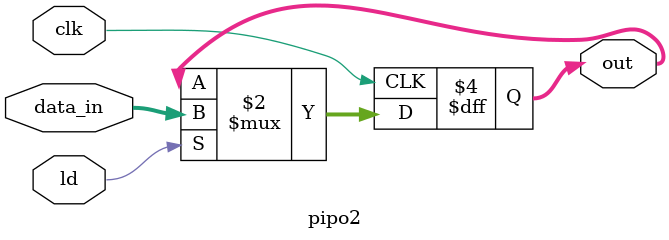
<source format=v>
`timescale 1ns / 1ps
module pipo2(out,data_in,ld,clk);

input [15:0] data_in;
input ld,clk;
output reg [15:0]out;

always@(posedge clk)
begin
if(ld)
out <= data_in;
end

endmodule
</source>
